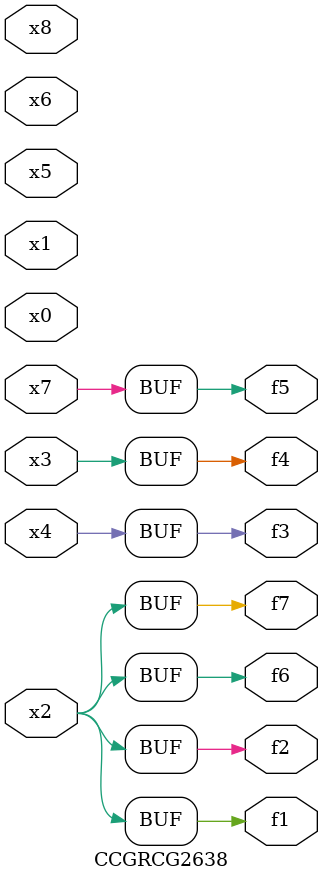
<source format=v>
module CCGRCG2638(
	input x0, x1, x2, x3, x4, x5, x6, x7, x8,
	output f1, f2, f3, f4, f5, f6, f7
);
	assign f1 = x2;
	assign f2 = x2;
	assign f3 = x4;
	assign f4 = x3;
	assign f5 = x7;
	assign f6 = x2;
	assign f7 = x2;
endmodule

</source>
